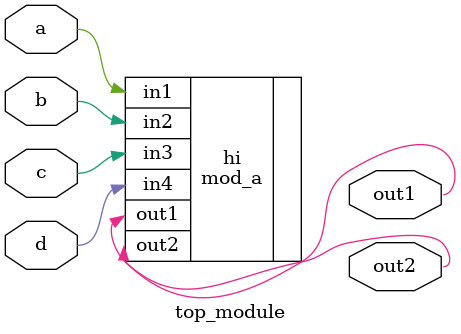
<source format=v>
module top_module ( 
    input a, 
    input b, 
    input c,
    input d,
    output out1,
    output out2
);
    mod_a hi(.out1(out1),.out2(out2),.in1(a),.in2(b),.in3(c),.in4(d));
endmodule
</source>
